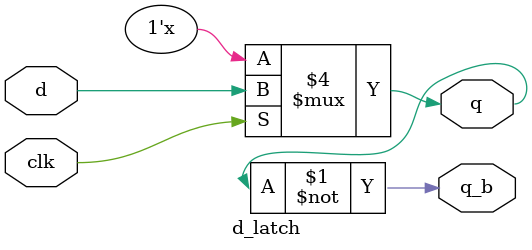
<source format=v>
`timescale 1ns / 1ps


 module d_latch(
    input d,
    input clk,
    output reg q,
    output  q_b
    );
    
    assign q_b=~q;
    always@(clk,d)
    begin
        if(clk)
            q=d;
        else 
            q=q;
    end
    
endmodule

</source>
